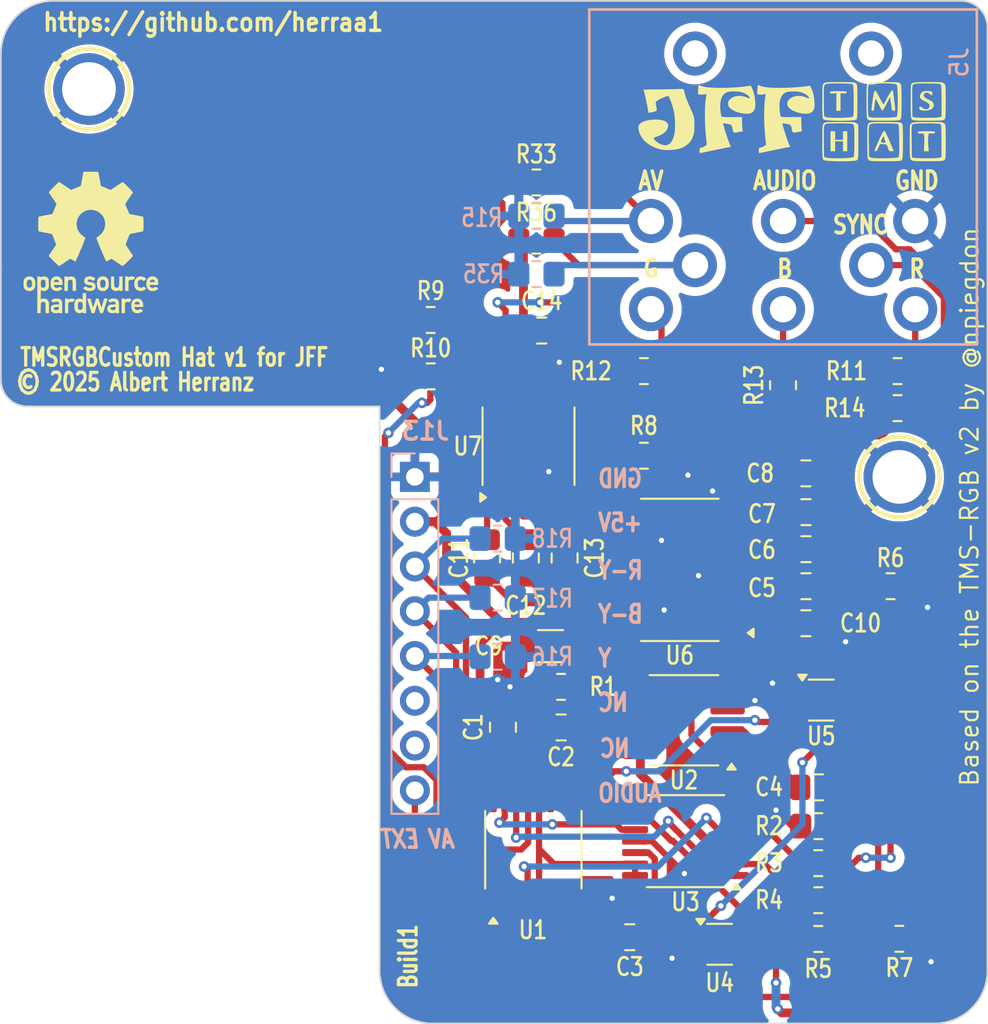
<source format=kicad_pcb>
(kicad_pcb (version 20241229) (generator "pcbnew") (generator_version "9.0")
  (title_block (title "TMSRGBCustom Hat v1 for JFF") (date "2025-07-13") (rev "Build1") (company "Albert Herranz"))
  (layers (0 "F.Cu" signal) (2 "B.Cu" signal) (13 "F.Paste" user) (15 "B.Paste" user) (5 "F.SilkS" user "F.Silkscreen") (7 "B.SilkS" user "B.Silkscreen") (1 "F.Mask" user) (3 "B.Mask" user) (25 "Edge.Cuts" user))
  (net 0 "")
  (net 1 "GND")
  (net 2 "+5V")
  (net 3 "CPUCLK{slash}R-Y")
  (net 4 "EXTVDP{slash}B-Y")
  (net 5 "COMVID{slash}Y")
  (net 6 "AUDIO")
  (net 8 "Net-(U2-R_SET)")
  (net 9 "Net-(U3-D+)")
  (net 10 "Net-(C4-Pad1)")
  (net 11 "Net-(U2-VIDEO_IN)")
  (net 12 "Net-(C5-Pad1)")
  (net 13 "Net-(U6-PR_IN)")
  (net 14 "Net-(C6-Pad1)")
  (net 15 "Net-(U6-PB_IN)")
  (net 16 "Net-(U6-Y_IN)")
  (net 17 "Net-(U6-S_IN)")
  (net 18 "Net-(U6-R_OUT)")
  (net 19 "Net-(U7-CH1IN)")
  (net 20 "Net-(U6-G_OUT)")
  (net 21 "Net-(U7-CH2IN)")
  (net 22 "Net-(U7-CH3IN)")
  (net 23 "Net-(U6-B_OUT)")
  (net 24 "/YS")
  (net 25 "Net-(J5-Pad4)")
  (net 26 "/ROUT")
  (net 27 "/AV")
  (net 28 "/BOUT")
  (net 29 "/GOUT")
  (net 30 "Net-(U3-B)")
  (net 31 "Net-(U3-A)")
  (net 32 "Net-(U3-C)")
  (net 33 "Net-(U6-REXT)")
  (net 34 "Net-(U7-CH4IN)")
  (net 35 "/CSYNC")
  (net 36 "Net-(U7-CH1OUT)")
  (net 37 "Net-(U7-CH2OUT)")
  (net 38 "Net-(U7-CH3OUT)")
  (net 39 "Net-(U7-CH4OUT)")
  (net 40 "/BURST")
  (net 41 "Net-(U1-Z)")
  (net 42 "/SAMPLE")
  (net 43 "Net-(U1-X)")
  (net 44 "Net-(U1-Y)")
  (net 46 "Net-(U2-BURST)")
  (net 47 "Net-(U2-CSYNC)")
  (footprint "Resistor_SMD:R_0805_2012Metric_Pad1.20x1.40mm_HandSolder" (layer "F.Cu") (at 108.8 110.41)
    (property "Reference" "R3")
    (property "Value" "680")
  )
  (footprint "Capacitor_SMD:C_0805_2012Metric_Pad1.18x1.45mm_HandSolder" (layer "F.Cu") (at 94.2 102.71 180)
    (property "Reference" "C2")
    (property "Value" "100nF")
  )
  (footprint "Capacitor_SMD:C_0805_2012Metric_Pad1.18x1.45mm_HandSolder" (layer "F.Cu") (at 92.2 93.1 90)
    (property "Reference" "C12")
    (property "Value" "100nF")
  )
  (footprint "Capacitor_SMD:C_0805_2012Metric_Pad1.18x1.45mm_HandSolder" (layer "F.Cu") (at 108.1 96.8)
    (property "Reference" "C10")
    (property "Value" "100nF")
  )
  (footprint "Resistor_SMD:R_0805_2012Metric_Pad1.20x1.40mm_HandSolder" (layer "F.Cu") (at 98.9 87.3 180)
    (property "Reference" "R8")
    (property "Value" "10K")
  )
  (footprint "My_Components:Hole_3mm" (layer "F.Cu") (at 67.4 66.5)
    (property "Reference" "HOLE1" (hide yes))
    (property "Value" "HOLE" (hide yes))
  )
  (footprint "Capacitor_SMD:C_0805_2012Metric_Pad1.18x1.45mm_HandSolder" (layer "F.Cu") (at 98.1 114.61 180)
    (property "Reference" "C3")
    (property "Value" "10nF")
  )
  (footprint "Resistor_SMD:R_0805_2012Metric_Pad1.20x1.40mm_HandSolder" (layer "F.Cu") (at 113.3 82.5)
    (property "Reference" "R11")
    (property "Value" "75")
  )
  (footprint "Resistor_SMD:R_0805_2012Metric_Pad1.20x1.40mm_HandSolder" (layer "F.Cu") (at 92.8 75.1 180)
    (property "Reference" "R36")
    (property "Value" "120")
  )
  (footprint "Package_SO:SOIC-8_3.9x4.9mm_P1.27mm" (layer "F.Cu") (at 101.175 102.305 180)
    (property "Reference" "U2")
    (property "Value" "LM1881MX/NOPB")
  )
  (footprint "Package_SO:TSSOP-14_4.4x5mm_P0.65mm" (layer "F.Cu") (at 101.2625 109.16 180)
    (property "Reference" "U3")
    (property "Value" "MAX4395EUD")
  )
  (footprint "Capacitor_SMD:C_0805_2012Metric_Pad1.18x1.45mm_HandSolder" (layer "F.Cu") (at 90.9 102.7 90)
    (property "Reference" "C1")
    (property "Value" "100nF")
  )
  (footprint "Resistor_SMD:R_0805_2012Metric_Pad1.20x1.40mm_HandSolder" (layer "F.Cu") (at 108.8 108.31)
    (property "Reference" "R2")
    (property "Value" "910")
  )
  (footprint "Resistor_SMD:R_0805_2012Metric_Pad1.20x1.40mm_HandSolder" (layer "F.Cu") (at 106.8 83.3 90)
    (property "Reference" "R13")
    (property "Value" "75")
  )
  (footprint "Resistor_SMD:R_0805_2012Metric_Pad1.20x1.40mm_HandSolder" (layer "F.Cu") (at 108.8 112.51)
    (property "Reference" "R4")
    (property "Value" "910")
  )
  (footprint "Capacitor_SMD:C_0805_2012Metric_Pad1.18x1.45mm_HandSolder" (layer "F.Cu") (at 108.1 94.7 180)
    (property "Reference" "C5")
    (property "Value" "100nF")
  )
  (footprint "Resistor_SMD:R_0805_2012Metric_Pad1.20x1.40mm_HandSolder" (layer "F.Cu") (at 98.9 82.5)
    (property "Reference" "R12")
    (property "Value" "75")
  )
  (footprint "My_Components:logo-hat" (layer "F.Cu") (at 112.531235 69.480938)
    (property "Reference" "G***" (hide yes))
    (property "Value" "LOGO" (hide yes))
  )
  (footprint "Resistor_SMD:R_0805_2012Metric_Pad1.20x1.40mm_HandSolder" (layer "F.Cu") (at 86.8 82.8)
    (property "Reference" "R10")
    (property "Value" "910")
  )
  (footprint "Capacitor_SMD:C_0805_2012Metric_Pad1.18x1.45mm_HandSolder" (layer "F.Cu") (at 108.1 90.5 180)
    (property "Reference" "C7")
    (property "Value" "100nF")
  )
  (footprint "Capacitor_SMD:C_0805_2012Metric_Pad1.18x1.45mm_HandSolder" (layer "F.Cu") (at 93.1 80.2)
    (property "Reference" "C14")
    (property "Value" "100nF")
  )
  (footprint "Package_TO_SOT_SMD:SOT-363_SC-70-6_Handsoldering" (layer "F.Cu") (at 108.97 101.16)
    (property "Reference" "U5")
    (property "Value" "SN74LVC2G17DCKR")
  )
  (footprint "My_Components:logo-tms" (layer "F.Cu") (at 112.531235 67.2)
    (property "Reference" "G***" (hide yes))
    (property "Value" "LOGO" (hide yes))
  )
  (footprint "Resistor_SMD:R_0805_2012Metric_Pad1.20x1.40mm_HandSolder" (layer "F.Cu") (at 108.8 114.71)
    (property "Reference" "R5")
    (property "Value" "160")
  )
  (footprint "Resistor_SMD:R_0805_2012Metric_Pad1.20x1.40mm_HandSolder" (layer "F.Cu") (at 113.4 114.7 180)
    (property "Reference" "R7")
    (property "Value" "910")
  )
  (footprint "My_Components:Hole_3mm" (layer "F.Cu") (at 113.4 88.5)
    (property "Reference" "HOLE2" (hide yes))
    (property "Value" "HOLE" (hide yes))
  )
  (footprint "Resistor_SMD:R_0805_2012Metric_Pad1.20x1.40mm_HandSolder" (layer "F.Cu") (at 94.2 100.41)
    (property "Reference" "R1")
    (property "Value" "560K")
  )
  (footprint "Capacitor_SMD:C_0805_2012Metric_Pad1.18x1.45mm_HandSolder" (layer "F.Cu") (at 94.4 93.1 90)
    (property "Reference" "C13")
    (property "Value" "100nF")
  )
  (footprint "Resistor_SMD:R_0805_2012Metric_Pad1.20x1.40mm_HandSolder" (layer "F.Cu") (at 92.8 71.8 180)
    (property "Reference" "R33")
    (property "Value" "1k")
  )
  (footprint "Symbol:OSHW-Logo_7.5x8mm_SilkScreen" (layer "F.Cu") (at 67.5 75.2)
    (property "Reference" "SYM1" (hide yes))
    (property "Value" "Logo_Open_Hardware_Large" (hide yes))
  )
  (footprint "Resistor_SMD:R_0805_2012Metric_Pad1.20x1.40mm_HandSolder" (layer "F.Cu") (at 113.3 84.6)
    (property "Reference" "R14")
    (property "Value" "75")
  )
  (footprint "Capacitor_SMD:C_1206_3216Metric_Pad1.33x1.80mm_HandSolder" (layer "F.Cu") (at 93.6 98.1 180)
    (property "Reference" "C9")
    (property "Value" "10uF")
  )
  (footprint "Capacitor_SMD:C_0805_2012Metric_Pad1.18x1.45mm_HandSolder" (layer "F.Cu") (at 108.1 92.6 180)
    (property "Reference" "C6")
    (property "Value" "100nF")
  )
  (footprint "Resistor_SMD:R_0805_2012Metric_Pad1.20x1.40mm_HandSolder" (layer "F.Cu") (at 86.8 79.6)
    (property "Reference" "R9")
    (property "Value" "5K6")
  )
  (footprint "Package_TO_SOT_SMD:SOT-353_SC-70-5_Handsoldering" (layer "F.Cu") (at 103.2 115.01)
    (property "Reference" "U4")
    (property "Value" "TS5A4597DCKR")
  )
  (footprint "Capacitor_SMD:C_0805_2012Metric_Pad1.18x1.45mm_HandSolder" (layer "F.Cu") (at 90 93.1 90)
    (property "Reference" "C11")
    (property "Value" "100nF")
  )
  (footprint "Package_SO:TSSOP-16_4.4x5mm_P0.65mm" (layer "F.Cu") (at 92.625 109.6475 90)
    (property "Reference" "U1")
    (property "Value" "CD74HC4053PWR")
  )
  (footprint "Resistor_SMD:R_0805_2012Metric_Pad1.20x1.40mm_HandSolder" (layer "F.Cu") (at 112.9 94.7 180)
    (property "Reference" "R6")
    (property "Value" "620")
  )
  (footprint "Package_SO:TSSOP-14_4.4x5mm_P0.65mm" (layer "F.Cu") (at 92.35 86.7625 90)
    (property "Reference" "U7")
    (property "Value" "THS7374IPWR")
  )
  (footprint "Capacitor_SMD:C_0805_2012Metric_Pad1.18x1.45mm_HandSolder" (layer "F.Cu") (at 108.8 106.11 180)
    (property "Reference" "C4")
    (property "Value" "100nF")
  )
  (footprint "Capacitor_SMD:C_0805_2012Metric_Pad1.18x1.45mm_HandSolder" (layer "F.Cu") (at 108.1 88.3 180)
    (property "Reference" "C8")
    (property "Value" "100nF")
  )
  (footprint "Package_SO:TSSOP-24_4.4x7.8mm_P0.65mm" (layer "F.Cu") (at 100.9375 93.775 180)
    (property "Reference" "U6")
    (property "Value" "LMH1251MT/NOPB")
  )
  (footprint "Resistor_SMD:R_0805_2012Metric_Pad1.20x1.40mm_HandSolder" (layer "B.Cu") (at 92.8 73.7)
    (property "Reference" "R15")
    (property "Value" "10k")
  )
  (footprint "Connector_PinSocket_2.54mm:PinSocket_1x08_P2.54mm_Vertical" (layer "B.Cu") (at 85.9 88.5 180)
    (property "Reference" "J13")
    (property "Value" "AV EXT")
  )
  (footprint "My_Components:DIN8_eu" (layer "B.Cu") (at 106.8 61.9875)
    (property "Reference" "J5")
    (property "Value" "RGB")
  )
  (footprint "Resistor_SMD:R_0805_2012Metric_Pad1.20x1.40mm_HandSolder" (layer "B.Cu") (at 90.6 95.35 180)
    (property "Reference" "R17")
    (property "Value" "470")
  )
  (footprint "Resistor_SMD:R_0805_2012Metric_Pad1.20x1.40mm_HandSolder" (layer "B.Cu") (at 90.6 98.7 180)
    (property "Reference" "R16")
    (property "Value" "470")
  )
  (footprint "Resistor_SMD:R_0805_2012Metric_Pad1.20x1.40mm_HandSolder" (layer "B.Cu") (at 92.8 77)
    (property "Reference" "R35")
    (property "Value" "180")
  )
  (footprint "Resistor_SMD:R_0805_2012Metric_Pad1.20x1.40mm_HandSolder" (layer "B.Cu") (at 90.6 92 180)
    (property "Reference" "R18")
    (property "Value" "470")
  )
  (gr_poly (pts (xy 101.125408 66.498728) (xy 101.147319 66.502242) (xy 101.159702 66.528761) (xy 101.176525 66.585639) (xy 101.194439 66.661364) (xy 101.197071 66.673792) (xy 101.241993 66.845789) (xy 101.312717 67.051066) (xy 101.409053 67.28916) (xy 101.513668 67.522803) (xy 101.567852 67.643187) (xy 101.621128 67.768191) (xy 101.667926 67.884303) (xy 101.702663 67.978011) (xy 101.707096 67.991099) (xy 101.728969 68.059733) (xy 101.744777 68.119067) (xy 101.755535 68.178221) (xy 101.76221 68.24631) (xy 101.76572 68.332438) (xy 101.767047 68.445742) (xy 101.767376 68.544546) (xy 101.766986 68.686739) (xy 101.764789 68.795634) (xy 101.759784 68.880465) (xy 101.751224 68.950495) (xy 101.738308 69.014975) (xy 101.720218 69.083155) (xy 101.719341 69.086668) (xy 101.662769 69.252898) (xy 101.594989 69.389845) (xy 101.508609 69.510619) (xy 101.435665 69.59001) (xy 101.273906 69.72235) (xy 101.081119 69.825575) (xy 100.857311 69.899672) (xy 100.602527 69.94464) (xy 100.385006 69.959395) (xy 100.273403 69.961592) (xy 100.170673 69.961928) (xy 100.087803 69.960608) (xy 100.035785 69.957533) (xy 100.03358 69.957289) (xy 99.801334 69.912314) (xy 99.572841 69.839621) (xy 99.355964 69.74317) (xy 99.158577 69.626891) (xy 98.988518 69.494719) (xy 98.874698 69.376883) (xy 98.77631 69.241587) (xy 98.696239 69.098059) (xy 98.636654 68.953337) (xy 98.59972 68.814478) (xy 98.587646 68.688528) (xy 98.602573 68.582552) (xy 98.617988 68.544566) (xy 98.687729 68.455325) (xy 98.797191 68.379874) (xy 98.945705 68.318537) (xy 99.132622 68.271624) (xy 99.221996 68.256339) (xy 99.43798 68.232672) (xy 99.636043 68.22872) (xy 99.81319 68.242991) (xy 99.966411 68.274653) (xy 100.092701 68.322691) (xy 100.189068 68.386038) (xy 100.252514 68.463641) (xy 100.280002 68.554453) (xy 100.276493 68.624445) (xy 100.234638 68.760615) (xy 100.160236 68.880862) (xy 100.05112 68.987101) (xy 99.905155 69.081267) (xy 99.720211 69.165274) (xy 99.643371 69.19351) (xy 99.551304 69.227015) (xy 99.493458 69.252444) (xy 99.463157 69.273611) (xy 99.453804 69.294382) (xy 99.454231 69.302203) (xy 99.47623 69.345194) (xy 99.526767 69.40222) (xy 99.597465 69.466017) (xy 99.679966 69.529349) (xy 99.765896 69.584975) (xy 99.805896 69.606802) (xy 99.961185 69.6687) (xy 100.102901 69.690436) (xy 100.230564 69.672385) (xy 100.34367 69.614951) (xy 100.441715 69.518477) (xy 100.524196 69.383337) (xy 100.590625 69.209902) (xy 100.640491 68.998545) (xy 100.642688 68.985903) (xy 100.659725 68.844946) (xy 100.668468 68.673788) (xy 100.669345 68.483931) (xy 100.662494 68.286868) (xy 100.648357 68.0941) (xy 100.627239 67.917128) (xy 100.609623 67.814486) (xy 100.540828 67.528143) (xy 100.452137 67.253985) (xy 100.36478 67.04214) (xy 100.333294 66.972861) (xy 100.308658 66.926875) (xy 100.282619 66.902457) (xy 100.246914 66.897845) (xy 100.193309 66.91128) (xy 100.113552 66.941054) (xy 100.033664 66.972277) (xy 99.878559 67.037226) (xy 99.752445 67.100356) (xy 99.659038 67.159495) (xy 99.602058 67.212473) (xy 99.590637 67.230738) (xy 99.577156 67.268679) (xy 99.574081 67.312834) (xy 99.581459 67.375521) (xy 99.595993 67.45122) (xy 99.612281 67.537486) (xy 99.624183 67.614615) (xy 99.629322 67.667223) (xy 99.629375 67.670737) (xy 99.623226 67.707709) (xy 99.600433 67.736777) (xy 99.554462 67.76163) (xy 99.478801 67.785876) (xy 99.379318 67.810332) (xy 99.301239 67.828646) (xy 99.236305 67.844588) (xy 99.199505 67.854422) (xy 99.173771 67.852667) (xy 99.157745 67.821402) (xy 99.150318 67.784823) (xy 99.117119 67.593062) (xy 99.07724 67.383681) (xy 99.033943 67.172427) (xy 98.990379 66.975051) (xy 98.957485 66.837592) (xy 98.931225 66.732016) (xy 98.909141 66.641772) (xy 98.893112 66.574603) (xy 98.884991 66.538245) (xy 98.884548 66.534289) (xy 98.905014 66.531657) (xy 98.963234 66.529025) (xy 99.054359 66.526393) (xy 99.173549 66.524191) (xy 99.315983 66.522437) (xy 99.476806 66.521117) (xy 99.624237 66.520239) (xy 99.819317 66.519362) (xy 100.019802 66.517607) (xy 100.216892 66.514971) (xy 100.401752 66.511897) (xy 100.565586 66.508387) (xy 100.699573 66.504874) (xy 100.747089 66.503119) (xy 100.870929 66.499167) (xy 100.980053 66.496966) (xy 101.06734 66.496909)) (fill yes) (layer "F.SilkS"))
  (gr_poly (pts (xy 105.384456 66.277129) (xy 105.433139 66.293379) (xy 105.484348 66.31235) (xy 105.582019 66.345244) (xy 105.689342 66.371638) (xy 105.812572 66.392321) (xy 105.95798 66.408087) (xy 106.131809 66.419768) (xy 106.340335 66.428156) (xy 106.398395 66.429915) (xy 106.655834 66.43299) (xy 106.928043 66.429476) (xy 107.206043 66.419688) (xy 107.480853 66.404231) (xy 107.74348 66.383677) (xy 107.98495 66.358557) (xy 108.196269 66.329394) (xy 108.264797 66.317755) (xy 108.30762 66.313803) (xy 108.336116 66.327063) (xy 108.363033 66.366458) (xy 108.378581 66.396102) (xy 108.480777 66.639739) (xy 108.548541 66.90362) (xy 108.582706 67.19113) (xy 108.584026 67.216338) (xy 108.58842 67.378001) (xy 108.582362 67.505347) (xy 108.564441 67.605727) (xy 108.533092 67.686461) (xy 108.486766 67.754912) (xy 108.465999 67.778094) (xy 108.392337 67.840144) (xy 108.306461 67.880019) (xy 108.2 67.9) (xy 108.064571 67.902197) (xy 108.015003 67.899565) (xy 107.828914 67.877345) (xy 107.648303 67.836283) (xy 107.479694 67.77928) (xy 107.32957 67.709219) (xy 107.20444 67.628989) (xy 107.11082 67.541491) (xy 107.067874 67.478171) (xy 107.042575 67.39305) (xy 107.039943 67.293913) (xy 107.059757 67.202815) (xy 107.068492 67.183363) (xy 107.130924 67.099707) (xy 107.224063 67.021441) (xy 107.33617 66.95724) (xy 107.416309 66.926325) (xy 107.608486 66.888907) (xy 107.806224 66.892859) (xy 108.005657 66.937468) (xy 108.138614 66.990176) (xy 108.208476 67.021971) (xy 108.248439 67.036242) (xy 108.26675 67.034487) (xy 108.271671 67.017802) (xy 108.271777 67.01192) (xy 108.251926 66.950408) (xy 108.196643 66.884993) (xy 108.112308 66.81975) (xy 108.005306 66.758746) (xy 107.882022 66.70605) (xy 107.748821 66.66574) (xy 107.718349 66.658843) (xy 107.612644 66.643607) (xy 107.483722 66.635748) (xy 107.344951 66.634867) (xy 107.209689 66.641108) (xy 107.091296 66.654021) (xy 107.011112 66.670924) (xy 106.883449 66.730128) (xy 106.778308 66.823824) (xy 106.696269 66.950011) (xy 106.637935 67.106707) (xy 106.6039 67.291911) (xy 106.594722 67.503626) (xy 106.611011 67.739855) (xy 106.639468 67.927435) (xy 106.664897 68.065791) (xy 106.792484 68.081992) (xy 106.852763 68.086649) (xy 106.946933 68.090163) (xy 107.066295 68.09236) (xy 107.202167 68.093237) (xy 107.345851 68.092795) (xy 107.375362 68.092474) (xy 107.830669 68.086897) (xy 107.836154 68.395552) (xy 107.839664 68.515295) (xy 107.845203 68.628397) (xy 107.852138 68.723856) (xy 107.859821 68.790671) (xy 107.862018 68.802222) (xy 107.882175 68.900214) (xy 107.677966 68.935606) (xy 107.549526 68.956862) (xy 107.456531 68.967837) (xy 107.39265 68.966517) (xy 107.35155 68.950575) (xy 107.326869 68.91799) (xy 107.312335 68.866648) (xy 107.303729 68.81082) (xy 107.280582 68.682742) (xy 107.250331 68.592978) (xy 107.211635 68.537657) (xy 107.211614 68.537637) (xy 107.211592 68.537616) (xy 107.21157 68.537595) (xy 107.211546 68.537573) (xy 107.211499 68.537531) (xy 107.211452 68.537489) (xy 107.179347 68.522425) (xy 107.11864 68.504374) (xy 107.040317 68.485537) (xy 106.955356 68.468104) (xy 106.874721 68.454226) (xy 106.80939 68.446143) (xy 106.770358 68.446017) (xy 106.764865 68.448214) (xy 106.764789 68.474215) (xy 106.777171 68.534277) (xy 106.800136 68.62242) (xy 106.83176 68.732649) (xy 106.870097 68.858961) (xy 106.913265 68.995375) (xy 106.959331 69.135889) (xy 107.006389 69.274504) (xy 107.052532 69.405234) (xy 107.095828 69.522078) (xy 107.134387 69.619048) (xy 107.150676 69.656859) (xy 107.178119 69.719977) (xy 107.195903 69.764174) (xy 107.200298 69.779234) (xy 107.175044 69.783186) (xy 107.113559 69.794958) (xy 107.021251 69.813185) (xy 106.903522 69.83676) (xy 106.765819 69.8646) (xy 106.613544 69.89556) (xy 106.452129 69.928542) (xy 106.286998 69.962439) (xy 106.123569 69.996123) (xy 105.967258 70.028487) (xy 105.823497 70.05844) (xy 105.697711 70.084837) (xy 105.59531 70.106573) (xy 105.521716 70.122565) (xy 105.482372 70.131606) (xy 105.480617 70.132047) (xy 105.478862 70.132483) (xy 105.445972 70.126776) (xy 105.429546 70.092436) (xy 105.423007 70.039) (xy 105.422565 69.968306) (xy 105.423885 69.947531) (xy 105.430606 69.853453) (xy 105.578777 69.805907) (xy 105.660899 69.774596) (xy 105.733257 69.738409) (xy 105.779804 69.705473) (xy 105.832668 69.652617) (xy 105.780643 69.146349) (xy 105.75996 68.910612) (xy 105.744235 68.658965) (xy 105.733478 68.39865) (xy 105.727718 68.136893) (xy 105.72684 67.880938) (xy 105.731235 67.638014) (xy 105.740588 67.41537) (xy 105.754993 67.220225) (xy 105.774494 67.059825) (xy 105.775371 67.054247) (xy 105.791225 66.953589) (xy 105.803958 66.869715) (xy 105.812389 66.81069) (xy 105.815463 66.784564) (xy 105.815454 66.784508) (xy 105.815445 66.784453) (xy 105.815424 66.784342) (xy 105.815379 66.784121) (xy 105.795139 66.785876) (xy 105.747814 66.795184) (xy 105.728053 66.79962) (xy 105.625758 66.815341) (xy 105.519756 66.818415) (xy 105.42728 66.809237) (xy 105.386615 66.798258) (xy 105.32915 66.776434) (xy 105.344478 66.526881) (xy 105.350841 66.428988) (xy 105.356777 66.348277) (xy 105.361606 66.293265) (xy 105.364681 66.272494)) (fill yes) (layer "F.SilkS"))
  (gr_poly (pts (xy 102.021183 66.277129) (xy 102.069873 66.293379) (xy 102.121074 66.31235) (xy 102.218746 66.345244) (xy 102.326068 66.371638) (xy 102.449298 66.392321) (xy 102.594707 66.408087) (xy 102.768543 66.419768) (xy 102.977069 66.428156) (xy 103.035129 66.429915) (xy 103.292568 66.43299) (xy 103.564777 66.429476) (xy 103.842777 66.419688) (xy 104.11758 66.404231) (xy 104.380206 66.383677) (xy 104.621669 66.358557) (xy 104.832988 66.329394) (xy 104.901523 66.317755) (xy 104.944339 66.313803) (xy 104.972835 66.327063) (xy 104.999797 66.366458) (xy 105.015346 66.396102) (xy 105.117542 66.639739) (xy 105.185306 66.90362) (xy 105.21947 67.19113) (xy 105.22079 67.216338) (xy 105.225177 67.378001) (xy 105.219119 67.505347) (xy 105.201206 67.605727) (xy 105.169849 67.686461) (xy 105.123538 67.754912) (xy 105.102763 67.778094) (xy 105.029094 67.840144) (xy 104.943225 67.880019) (xy 104.836757 67.9) (xy 104.701328 67.902197) (xy 104.651767 67.899565) (xy 104.465671 67.877345) (xy 104.285075 67.836283) (xy 104.116458 67.77928) (xy 103.966335 67.709219) (xy 103.841213 67.628989) (xy 103.747577 67.541491) (xy 103.704631 67.478171) (xy 103.67934 67.39305) (xy 103.676708 67.293913) (xy 103.696513 67.202815) (xy 103.705249 67.183363) (xy 103.76768 67.099707) (xy 103.86082 67.021441) (xy 103.972934 66.95724) (xy 104.053073 66.926325) (xy 104.245242 66.888907) (xy 104.442981 66.892859) (xy 104.642413 66.937468) (xy 104.775379 66.990176) (xy 104.845241 67.021971) (xy 104.885204 67.036242) (xy 104.903514 67.034487) (xy 104.908435 67.017802) (xy 104.908542 67.01192) (xy 104.888698 66.950408) (xy 104.833415 66.884993) (xy 104.74908 66.81975) (xy 104.642078 66.758746) (xy 104.518779 66.70605) (xy 104.385593 66.66574) (xy 104.355113 66.658843) (xy 104.249408 66.643607) (xy 104.120487 66.635748) (xy 103.981708 66.634867) (xy 103.846446 66.641108) (xy 103.728069 66.654021) (xy 103.647876 66.670924) (xy 103.520213 66.730128) (xy 103.415073 66.823824) (xy 103.333034 66.950011) (xy 103.274692 67.106707) (xy 103.240665 67.291911) (xy 103.231479 67.503626) (xy 103.247775 67.739855) (xy 103.276233 67.927435) (xy 103.301662 68.065791) (xy 103.429241 68.081992) (xy 103.489528 68.086649) (xy 103.58369 68.090163) (xy 103.703052 68.09236) (xy 103.838916 68.093237) (xy 103.982616 68.092795) (xy 104.012126 68.092474) (xy 104.467426 68.086897) (xy 104.472911 68.395552) (xy 104.476428 68.515295) (xy 104.48196 68.628397) (xy 104.488895 68.723856) (xy 104.496578 68.790671) (xy 104.498782 68.802222) (xy 104.518932 68.900214) (xy 104.314723 68.935606) (xy 104.18629 68.956862) (xy 104.093295 68.967837) (xy 104.029422 68.966517) (xy 103.988315 68.950575) (xy 103.963641 68.91799) (xy 103.949054 68.866648) (xy 103.940448 68.81082) (xy 103.917301 68.682742) (xy 103.88705 68.592978) (xy 103.848361 68.537657) (xy 103.848171 68.537489) (xy 103.816066 68.522425) (xy 103.755359 68.504374) (xy 103.677036 68.485537) (xy 103.592075 68.468104) (xy 103.511447 68.454226) (xy 103.446117 68.446143) (xy 103.407077 68.446017) (xy 103.401584 68.448214) (xy 103.401508 68.474215) (xy 103.41389 68.534277) (xy 103.436862 68.62242) (xy 103.468478 68.732649) (xy 103.506816 68.858961) (xy 103.549983 68.995375) (xy 103.59605 69.135889) (xy 103.643108 69.274504) (xy 103.68925 69.405234) (xy 103.732547 69.522078) (xy 103.771106 69.619048) (xy 103.787395 69.656859) (xy 103.814845 69.719977) (xy 103.832622 69.764174) (xy 103.837016 69.779234) (xy 103.811763 69.783186) (xy 103.750278 69.794958) (xy 103.657962 69.813185) (xy 103.540241 69.83676) (xy 103.40253 69.8646) (xy 103.250255 69.89556) (xy 103.088847 69.928542) (xy 102.923709 69.962439) (xy 102.76028 69.996123) (xy 102.603969 70.028487) (xy 102.460216 70.05844) (xy 102.334423 70.084837) (xy 102.232021 70.106573) (xy 102.158428 70.122565) (xy 102.119083 70.131606) (xy 102.117324 70.132047) (xy 102.115566 70.132483) (xy 102.082676 70.126776) (xy 102.066249 70.092436) (xy 102.059711 70.039) (xy 102.059269 69.968306) (xy 102.060588 69.947531) (xy 102.06731 69.853453) (xy 102.21548 69.805907) (xy 102.297611 69.774596) (xy 102.36996 69.738409) (xy 102.416515 69.705473) (xy 102.469371 69.652617) (xy 102.417347 69.146349) (xy 102.396663 68.910612) (xy 102.380947 68.658965) (xy 102.370182 68.39865) (xy 102.364429 68.136893) (xy 102.363552 67.880938) (xy 102.367939 67.638014) (xy 102.377292 67.41537) (xy 102.391696 67.220225) (xy 102.411197 67.059825) (xy 102.412075 67.054247) (xy 102.427928 66.953589) (xy 102.44067 66.869715) (xy 102.4491 66.81069) (xy 102.452175 66.784564) (xy 102.452083 66.784121) (xy 102.431842 66.785876) (xy 102.384525 66.795184) (xy 102.364765 66.79962) (xy 102.262462 66.815341) (xy 102.156467 66.818415) (xy 102.063983 66.809237) (xy 102.023319 66.798258) (xy 101.965862 66.776434) (xy 101.981189 66.526881) (xy 101.987552 66.428988) (xy 101.99348 66.348277) (xy 101.99831 66.293265) (xy 102.001392 66.272494)) (fill yes) (layer "F.SilkS"))
  (gr_line (start 62.4 64.5) (end 62.4 76.5) (stroke (width 0.1)) (layer "Edge.Cuts"))
  (gr_line (start 63.9 84.5) (end 83.9 84.5) (stroke (width 0.1)) (layer "Edge.Cuts"))
  (gr_arc (start 86.9 119.5) (mid 84.77868 118.62132) (end 83.9 116.5) (stroke (width 0.1)) (layer "Edge.Cuts"))
  (gr_line (start 116.9 61.5) (end 65.4 61.5) (stroke (width 0.1)) (layer "Edge.Cuts"))
  (gr_line (start 62.4 76.5) (end 62.4 83) (stroke (width 0.1)) (layer "Edge.Cuts"))
  (gr_arc (start 116.9 61.5) (mid 117.96066 61.93934) (end 118.4 63) (stroke (width 0.1)) (layer "Edge.Cuts"))
  (gr_arc (start 62.4 64.5) (mid 63.27868 62.37868) (end 65.4 61.5) (stroke (width 0.1)) (layer "Edge.Cuts"))
  (gr_arc (start 118.4 116.5) (mid 117.52132 118.62132) (end 115.4 119.5) (stroke (width 0.1)) (layer "Edge.Cuts"))
  (gr_line (start 83.9 84.5) (end 83.9 116.5) (stroke (width 0.1)) (layer "Edge.Cuts"))
  (gr_line (start 86.9 119.5) (end 115.4 119.5) (stroke (width 0.1)) (layer "Edge.Cuts"))
  (gr_line (start 118.4 116.5) (end 118.4 63) (stroke (width 0.1)) (layer "Edge.Cuts"))
  (gr_arc (start 63.9 84.5) (mid 62.83934 84.06066) (end 62.4 83) (stroke (width 0.1)) (layer "Edge.Cuts"))
  (gr_text "Based on the TMS-RGB v2 by @npiegdon" (at 116.8 90.2 90) (layer "F.SilkS") (effects (font (size 1 1) (thickness 0.125)) (justify top)))
  (gr_text "G" (at 99.3 76.7 0) (layer "F.SilkS") (effects (font (size 1 0.8) (thickness 0.2))))
  (gr_text "https://github.com/herraa1" (at 64.7 63.3 0) (layer "F.SilkS") (effects (font (size 1 0.9) (thickness 0.2) (bold yes)) (justify left bottom)))
  (gr_text "© 2025 Albert Herranz" (at 63.2 83.7 0) (layer "F.SilkS") (effects (font (size 1 0.75) (thickness 0.1875) (bold yes)) (justify left bottom)))
  (gr_text "${REVISION}" (at 86.1 117.6 90) (layer "F.SilkS") (effects (font (size 1 0.75) (thickness 0.1875) (bold yes)) (justify left bottom)))
  (gr_text "R" (at 114.4 76.7 0) (layer "F.SilkS") (effects (font (size 1 0.8) (thickness 0.2))))
  (gr_text "GND" (at 114.4 71.7 0) (layer "F.SilkS") (effects (font (size 1 0.8) (thickness 0.2))))
  (gr_text "AV" (at 99.3 71.7 0) (layer "F.SilkS") (effects (font (size 1 0.8) (thickness 0.2))))
  (gr_text "${TITLE}" (at 63.4 82.3 0) (layer "F.SilkS") (effects (font (size 1 0.75) (thickness 0.1875) (bold yes)) (justify left bottom)))
  (gr_text "SYNC" (at 111.2 74.2 0) (layer "F.SilkS") (effects (font (size 1 0.8) (thickness 0.2))))
  (gr_text "AUDIO" (at 106.9 71.7 0) (layer "F.SilkS") (effects (font (size 1 0.8) (thickness 0.2))))
  (gr_text "B" (at 106.9 76.7 0) (layer "F.SilkS") (effects (font (size 1 0.8) (thickness 0.2))))
  (gr_text "NC" (at 96.2 101.3 0) (layer "B.SilkS") (effects (font (size 1 0.8) (thickness 0.2)) (justify right mirror)))
  (gr_text "+5V" (at 96.2 91.1 0) (layer "B.SilkS") (effects (font (size 1 0.8) (thickness 0.2)) (justify right mirror)))
  (gr_text "NC" (at 96.3 103.9 0) (layer "B.SilkS") (effects (font (size 1 0.8) (thickness 0.2)) (justify right mirror)))
  (gr_text "AUDIO" (at 96.2 106.44125 0) (layer "B.SilkS") (effects (font (size 1 0.8) (thickness 0.2)) (justify right mirror)))
  (gr_text "B-Y" (at 96.2 96.2825 0) (layer "B.SilkS") (effects (font (size 1 0.8) (thickness 0.2)) (justify right mirror)))
  (gr_text "R-Y" (at 96.2 93.8 0) (layer "B.SilkS") (effects (font (size 1 0.8) (thickness 0.2)) (justify right mirror)))
  (gr_text "GND" (at 96.2 88.6 0) (layer "B.SilkS") (effects (font (size 1 0.8) (thickness 0.2)) (justify right mirror)))
  (gr_text "Y" (at 96.2 98.7825 0) (layer "B.SilkS") (effects (font (size 1 0.8) (thickness 0.2)) (justify right mirror)))
  (segment (start 110.35 97.85) (end 109.3 96.8) (width 0.3556) (layer "F.Cu") (net 1))
  (segment (start 93.65 82.45) (end 94.1 82) (width 0.3556) (layer "F.Cu") (net 1))
  (segment (start 101.87 115.66) (end 100.64 115.66) (width 0.3556) (layer "F.Cu") (net 1))
  (segment (start 94.1375 81.9625) (end 94.1 82) (width 0.5) (layer "F.Cu") (net 1))
  (segment (start 106.5 100.799896) (end 106.5 100.5) (width 0.3556) (layer "F.Cu") (net 1))
  (segment (start 90.5 101.2625) (end 90.9 101.6625) (width 0.3556) (layer "F.Cu") (net 1))
  (segment (start 98.125 92.1) (end 99.9 92.1) (width 0.3556) (layer "F.Cu") (net 1))
  (segment (start 92.0375 98.5625) (end 92.0375 98.1) (width 0.3556) (layer "F.Cu") (net 1))
  (segment (start 100.05 96.05) (end 100.1 96.1) (width 0.3556) (layer "F.Cu") (net 1))
  (segment (start 93.65 83.9) (end 93.65 82.45) (width 0.3556) (layer "F.Cu") (net 1))
  (segment (start 93.65 88.35) (end 93.5 88.2) (width 0.3556) (layer "F.Cu") (net 1))
  (segment (start 98.075 92.15) (end 98.125 92.1) (width 0.3556) (layer "F.Cu") (net 1))
  (segment (start 115.2 116) (end 114.8 116) (width 0.3556) (layer "F.Cu") (net 1))
  (segment (start 98.075 96.05) (end 100.05 96.05) (width 0.3556) (layer "F.Cu") (net 1))
  (segment (start 93.1625 100.4475) (end 93.2 100.41) (width 0.3556) (layer "F.Cu") (net 1))
  (segment (start 107.8 108.31) (end 107.31 108.31) (width 0.3556) (layer "F.Cu") (net 1))
  (segment (start 99.9 87.3) (end 101 88.4) (width 0.3556) (layer "F.Cu") (net 1))
  (segment (start 84.4 82.8) (end 84 82.4) (width 0.3556) (layer "F.Cu") (net 1))
  (segment (start 103.8 94.1) (end 102 94.1) (width 0.3556) (layer "F.Cu") (net 1))
  (segment (start 104.4 100.4) (end 103.65 100.4) (width 0.3556) (layer "F.Cu") (net 1))
  (segment (start 94.9 112.51) (end 96.99 112.51) (width 0.3556) (layer "F.Cu") (net 1))
  (segment (start 98.4 109.16) (end 99.36 109.16) (width 0.3556) (layer "F.Cu") (net 1))
  (segment (start 105.202885 101.186387) (end 105.186387 101.186387) (width 0.3556) (layer "F.Cu") (net 1))
  (segment (start 100.64 115.66) (end 100.5 115.8) (width 0.3556) (layer "F.Cu") (net 1))
  (segment (start 90.6 100) (end 92.0375 98.5625) (width 0.3556) (layer "F.Cu") (net 1))
  (segment (start 102.9 89.3) (end 102.8 89.3) (width 0.3556) (layer "F.Cu") (net 1))
  (segment (start 97.0625 114.61) (end 97.0625 112.4375) (width 0.3556) (layer "F.Cu") (net 1))
  (segment (start 109.3 96.8) (end 109.1375 96.8) (width 0.3556) (layer "F.Cu") (net 1))
  (segment (start 93.1625 102.71) (end 93.1625 100.4475) (width 0.3556) (layer "F.Cu") (net 1))
  (segment (start 106.860104 101.16) (end 106.5 100.799896) (width 0.3556) (layer "F.Cu") (net 1))
  (segment (start 90.5 100.7725) (end 90.5 101.2625) (width 0.3556) (layer "F.Cu") (net 1))
  (segment (start 90.8625 100.41) (end 90.5 100.7725) (width 0.3556) (layer "F.Cu") (net 1))
  (segment (start 97.0625 112.4375) (end 97.1 112.4) (width 0.3556) (layer "F.Cu") (net 1))
  (segment (start 93.2 100.41) (end 91.3 100.41) (width 0.3556) (layer "F.Cu") (net 1))
  (segment (start 99.36 109.16) (end 101.2 111) (width 0.3556) (layer "F.Cu") (net 1))
  (segment (start 107.31 108.31) (end 106.4 107.4) (width 0.3556) (layer "F.Cu") (net 1))
  (segment (start 94.1375 80.2) (end 94.1375 81.9625) (width 0.5) (layer "F.Cu") (net 1))
  (segment (start 98.075 95.4) (end 98.075 96.7) (width 0.3556) (layer "F.Cu") (net 1))
  (segment (start 105.186387 101.186387) (end 104.4 100.4) (width 0.3556) (layer "F.Cu") (net 1))
  (segment (start 93.2 100.41) (end 93.2 99.2625) (width 0.3556) (layer "F.Cu") (net 1))
  (segment (start 107.64 101.16) (end 106.860104 101.16) (width 0.3556) (layer "F.Cu") (net 1))
  (segment (start 106.5 100.5) (end 106.2 100.2) (width 0.3556) (layer "F.Cu") (net 1))
  (segment (start 85.8 82.8) (end 84.4 82.8) (width 0.3556) (layer "F.Cu") (net 1))
  (segment (start 115 95.9) (end 114.7 95.6) (width 0.3556) (layer "F.Cu") (net 1))
  (segment (start 114.4 115.6) (end 114.4 114.7) (width 0.3556) (layer "F.Cu") (net 1))
  (segment (start 114.8 116) (end 114.4 115.6) (width 0.3556) (layer "F.Cu") (net 1))
  (segment (start 93 89.625) (end 93.65 89.625) (width 0.3556) (layer "F.Cu") (net 1))
  (segment (start 103.8 90.2) (end 102.9 89.3) (width 0.3556) (layer "F.Cu") (net 1))
  (segment (start 94.9 112.51) (end 93.6 112.51) (width 0.3556) (layer "F.Cu") (net 1))
  (segment (start 96.99 112.51) (end 97.1 112.4) (width 0.3556) (layer "F.Cu") (net 1))
  (segment (start 114.7 95.5) (end 113.9 94.7) (width 0.3556) (layer "F.Cu") (net 1))
  (segment (start 93.65 89.625) (end 93.65 88.35) (width 0.3556) (layer "F.Cu") (net 1))
  (segment (start 114.7 95.6) (end 114.7 95.5) (width 0.3556) (layer "F.Cu") (net 1))
  (segment (start 101 88.4) (end 101.4 88.4) (width 0.3556) (layer "F.Cu") (net 1))
  (segment (start 91.3 100.41) (end 90.8625 100.41) (width 0.3556) (layer "F.Cu") (net 1))
  (segment (start 93.2 99.2625) (end 92.0375 98.1) (width 0.3556) (layer "F.Cu") (net 1))
  (via (at 90.6 100) (size 0.6) (drill 0.3) (layers "F.Cu" "B.Cu") (net 1))
  (via (at 94.1 82) (size 0.6) (drill 0.3) (layers "F.Cu" "B.Cu") (net 1))
  (via (at 99.9 92.1) (size 0.6) (drill 0.3) (layers "F.Cu" "B.Cu") (net 1))
  (via (at 110.35 97.85) (size 0.6) (drill 0.3) (layers "F.Cu" "B.Cu") (net 1))
  (via (at 115.2 116) (size 0.6) (drill 0.3) (layers "F.Cu" "B.Cu") (net 1))
  (via (at 100.5 115.8) (size 0.6) (drill 0.3) (layers "F.Cu" "B.Cu") (net 1))
  (via (at 101.4 88.4) (size 0.6) (drill 0.3) (layers "F.Cu" "B.Cu") (net 1))
  (via (at 84 82.4) (size 0.6) (drill 0.3) (layers "F.Cu" "B.Cu") (net 1))
  (via (at 100.05 96.05) (size 0.6) (drill 0.3) (layers "F.Cu" "B.Cu") (net 1))
  (via (at 102.8 89.3) (size 0.6) (drill 0.3) (layers "F.Cu" "B.Cu") (net 1))
  (via (at 101.2 111) (size 0.6) (drill 0.3) (layers "F.Cu" "B.Cu") (net 1))
  (via (at 106.2 100.2) (size 0.6) (drill 0.3) (layers "F.Cu" "B.Cu") (net 1))
  (via (at 91.3 100.41) (size 0.6) (drill 0.3) (layers "F.Cu" "B.Cu") (net 1))
  (via (at 115 95.9) (size 0.6) (drill 0.3) (layers "F.Cu" "B.Cu") (net 1))
  (via (at 93.5 88.2) (size 0.6) (drill 0.3) (layers "F.Cu" "B.Cu") (net 1))
  (via (at 106.4 107.4) (size 0.6) (drill 0.3) (layers "F.Cu" "B.Cu") (net 1))
  (via (at 97.1 112.4) (size 0.6) (drill 0.3) (layers "F.Cu" "B.Cu") (net 1))
  (via (at 102 94.1) (size 0.6) (drill 0.3) (layers "F.Cu" "B.Cu") (net 1))
  (via (at 105.202885 101.186387) (size 0.6) (drill 0.3) (layers "F.Cu" "B.Cu") (net 1))
  (segment (start 90.9 103.7375) (end 90.5 103.7375) (width 0.5) (layer "F.Cu") (net 2))
  (segment (start 90.35 106.785) (end 90.35 103.8875) (width 0.3556) (layer "F.Cu") (net 2))
  (segment (start 90.35 103.8875) (end 90.5 103.7375) (width 0.3556) (layer "F.Cu") (net 2))
  (segment (start 107.0625 97.63125) (end 107.0625 96.8) (width 0.3556) (layer "F.Cu") (net 2))
  (segment (start 90.9 103.7375) (end 91.6275 103.7375) (width 0.5) (layer "F.Cu") (net 2))
  (segment (start 95.1625 98.1) (end 98.1 98.1) (width 0.5) (layer "F.Cu") (net 2))
  (segment (start 98.075 92.8) (end 98.842396 92.8) (width 0.3556) (layer "F.Cu") (net 2))
  (segment (start 108.43125 99) (end 107.0625 97.63125) (width 0.3556) (layer "F.Cu") (net 2))
  (segment (start 103.8 93.45) (end 104.567396 93.45) (width 0.3556) (layer "F.Cu") (net 2))
  (segment (start 98.842396 92.8) (end 100.8 94.757604) (width 0.3556) (layer "F.Cu") (net 2))
  (segment (start 98.7 104.21) (end 98.7 105.35) (width 0.5) (layer "F.Cu") (net 2))
  (segment (start 104.53 114.36) (end 105.447047 114.36) (width 0.3556) (layer "F.Cu") (net 2))
  (segment (start 93.8115 96.749) (end 95.1625 98.1) (width 0.5) (layer "F.Cu") (net 2))
  (segment (start 106.0962 94.978804) (end 106.0962 95.8337) (width 0.3556) (layer "F.Cu") (net 2))
  (segment (start 111.4288 99.4288) (end 111 99) (width 0.3556) (layer "F.Cu") (net 2))
  (segment (start 100.8 94.757604) (end 100.8 98.1) (width 0.3556) (layer "F.Cu") (net 2))
  (segment (start 90.5 103.7375) (end 89.6 102.8375) (width 0.5) (layer "F.Cu") (net 2))
  (segment (start 99.8 98.1) (end 100.8 98.1) (width 0.5) (layer "F.Cu") (net 2))
  (segment (start 116.9 61.9) (end 95.1 61.9) (width 0.5) (layer "F.Cu") (net 2))
  (segment (start 111 99) (end 108.43125 99) (width 0.3556) (layer "F.Cu") (net 2))
  (segment (start 101.2 98.1) (end 105.7625 98.1) (width 0.5) (layer "F.Cu") (net 2))
  (segment (start 103.8 93.45) (end 103.7712 93.4212) (width 0.3556) (layer "F.Cu") (net 2))
  (segment (start 92.0625 75.7625) (end 92.0625 80.2) (width 0.5) (layer "F.Cu") (net 2))
  (segment (start 93 83.9) (end 93 81.1375) (width 0.3556) (layer "F.Cu") (net 2))
  (segment (start 106.7222 118.9) (end 116.3 118.9) (width 0.5) (layer "F.Cu") (net 2))
  (segment (start 105.7625 98.1) (end 107.0625 96.8) (width 0.5) (layer "F.Cu") (net 2))
  (segment (start 85.9 91.04) (end 87.16 91.04) (width 0.5) (layer "F.Cu") (net 2))
  (segment (start 89.6 102.8375) (end 89.6 97.949708) (width 0.5) (layer "F.Cu") (net 2))
  (segment (start 111.079896 101.16) (end 111.4288 100.811096) (width 0.3556) (layer "F.Cu") (net 2))
  (segment (start 91.8 71.8) (end 91.8 75.1) (width 0.5) (layer "F.Cu") (net 2))
  (segment (start 116.3 118.9) (end 118 117.2) (width 0.5) (layer "F.Cu") (net 2))
  (segment (start 89.6 97.949708) (end 90.800708 96.749) (width 0.5) (layer "F.Cu") (net 2))
  (segment (start 93 81.1375) (end 92.0625 80.2) (width 0.3556) (layer "F.Cu") (net 2))
  (segment (start 87.7 91.7) (end 87.7 93.648292) (width 0.5) (layer "F.Cu") (net 2))
  (segment (start 91.8 75.1) (end 91.8 75.5) (width 0.5) (layer "F.Cu") (net 2))
  (segment (start 87.16 91.04) (end 88.8 89.4) (width 0.5) (layer "F.Cu") (net 2))
  (segment (start 85.9 91.04) (end 87.04 91.04) (width 0.5) (layer "F.Cu") (net 2))
  (segment (start 83.249 82.711075) (end 83.249 78.451) (width 0.5) (layer "F.Cu") (net 2))
  (segment (start 91.6275 103.7375) (end 92.1 104.21) (width 0.5) (layer "F.Cu") (net 2))
  (segment (start 100.8 98.1) (end 101.2 98.1) (width 0.5) (layer "F.Cu") (net 2))
  (segment (start 102.46 109.11) (end 102.46 109.16) (width 0.5) (layer "F.Cu") (net 2))
  (segment (start 104.567396 93.45) (end 106.0962 94.978804) (width 0.3556) (layer "F.Cu") (net 2))
  (segment (start 111.4288 100.811096) (end 111.4288 99.4288) (width 0.3556) (layer "F.Cu") (net 2))
  (segment (start 98.075 98.075) (end 98.1 98.1) (width 0.3556) (layer "F.Cu") (net 2))
  (segment (start 87.04 91.04) (end 87.7 91.7) (width 0.5) (layer "F.Cu") (net 2))
  (segment (start 91.8 75.5) (end 92.0625 75.7625) (width 0.5) (layer "F.Cu") (net 2))
  (segment (start 118 117.2) (end 118 63) (width 0.5) (layer "F.Cu") (net 2))
  (segment (start 106.4 115.312953) (end 106.4 117.2) (width 0.3556) (layer "F.Cu") (net 2))
  (segment (start 83.249 78.451) (end 86.6 75.1) (width 0.5) (layer "F.Cu") (net 2))
  (segment (start 95.1 61.9) (end 91.8 65.2) (width 0.5) (layer "F.Cu") (net 2))
  (segment (start 102.46 109.16) (end 104.125 109.16) (width 0.3556) (layer "F.Cu") (net 2))
  (segment (start 105.447047 114.36) (end 106.4 115.312953) (width 0.3556) (layer "F.Cu") (net 2))
  (segment (start 98.1 98.1) (end 99.8 98.1) (width 0.5) (layer "F.Cu") (net 2))
  (segment (start 92.1 104.21) (end 98.7 104.21) (width 0.5) (layer "F.Cu") (net 2))
  (segment (start 90.800708 96.749) (end 93.8115 96.749) (width 0.5) (layer "F.Cu") (net 2))
  (segment (start 88.8 89.4) (end 88.8 88.262075) (width 0.5) (layer "F.Cu") (net 2))
  (segment (start 98.075 97.35) (end 98.075 98.075) (width 0.3556) (layer "F.Cu") (net 2))
  (segment (start 91.8 65.2) (end 91.8 71.8) (width 0.5) (layer "F.Cu") (net 2))
  (segment (start 86.6 75.1) (end 91.8 75.1) (width 0.5) (layer "F.Cu") (net 2))
  (segment (start 106.0962 95.8337) (end 107.0625 96.8) (width 0.3556) (layer "F.Cu") (net 2))
  (segment (start 88.8 88.262075) (end 83.249 82.711075) (width 0.5) (layer "F.Cu") (net 2))
  (segment (start 98.7 105.35) (end 102.46 109.11) (width 0.5) (layer "F.Cu") (net 2))
  (segment (start 110.3 101.16) (end 111.079896 101.16) (width 0.3556) (layer "F.Cu") (net 2))
  (segment (start 118 63) (end 116.9 61.9) (width 0.5) (layer "F.Cu") (net 2))
  (segment (start 106.5 118.6778) (end 106.7222 118.9) (width 0.5) (layer "F.Cu") (net 2))
  (segment (start 87.7 93.648292) (end 90.800708 96.749) (width 0.5) (layer "F.Cu") (net 2))
  (via (at 106.5 118.6778) (size 0.6) (drill 0.3) (layers "F.Cu" "B.Cu") (net 2))
  (via (at 106.4 117.2) (size 0.6) (drill 0.3) (layers "F.Cu" "B.Cu") (net 2))
  (segment (start 106.4 118.5778) (end 106.4 117.2) (width 0.5) (layer "B.Cu") (net 2))
  (segment (start 106.5 118.6778) (end 106.4 118.5778) (width 0.5) (layer "B.Cu") (net 2))
  (segment (start 92.3288 109.241169) (end 91.931169 109.6388) (width 0.3556) (layer "F.Cu") (net 3))
  (segment (start 88.8 96.48) (end 85.9 93.58) (width 0.3556) (layer "F.Cu") (net 3))
  (segment (start 92.3 106.785) (end 92.3288 106.8138) (width 0.3556) (layer "F.Cu") (net 3))
  (segment (start 90.333348 109.6388) (end 88.8 108.105452) (width 0.3556) (layer "F.Cu") (net 3))
  (segment (start 91.931169 109.6388) (end 90.333348 109.6388) (width 0.3556) (layer "F.Cu") (net 3))
  (segment (start 92.3288 106.8138) (end 92.3288 109.241169) (width 0.3556) (layer "F.Cu") (net 3))
  (segment (start 88.8 108.105452) (end 88.8 96.48) (width 0.3556) (layer "F.Cu") (net 3))
  (segment (start 87.48 92) (end 85.9 93.58) (width 0.3556) (layer "B.Cu") (net 3))
  (segment (start 89.6 92) (end 87.48 92) (width 0.3556) (layer "B.Cu") (net 3))
  (segment (start 88.2434 98.4634) (end 85.9 96.12) (width 0.3556) (layer "F.Cu") (net 4))
  (segment (start 91.65 112.51) (end 91.65 111.742604) (width 0.3556) (layer "F.Cu") (net 4))
  (segment (start 91.65 111.742604) (end 88.2434 108.336003) (width 0.3556) (layer "F.Cu") (net 4))
  (segment (start 91.65 113.277396) (end 91.65 112.51) (width 0.3556) (layer "F.Cu") (net 4))
  (segment (start 103.39 116.8) (end 95.172604 116.8) (width 0.3556) (layer "F.Cu") (net 4))
  (segment (start 95.172604 116.8) (end 91.65 113.277396) (width 0.3556) (layer "F.Cu") (net 4))
  (segment (start 88.2434 108.336003) (end 88.2434 98.4634) (width 0.3556) (layer "F.Cu") (net 4))
  (segment (start 104.53 115.66) (end 103.39 116.8) (width 0.3556) (layer "F.Cu") (net 4))
  (segment (start 89.6 95.35) (end 86.67 95.35) (width 0.3556) (layer "B.Cu") (net 4))
  (segment (start 86.67 95.35) (end 85.9 96.12) (width 0.3556) (layer "B.Cu") (net 4))
  (segment (start 87.6868 100.4468) (end 85.9 98.66) (width 0.3556) (layer "F.Cu") (net 5))
  (segment (start 90.35 112.51) (end 91 112.51) (width 0.3556) (layer "F.Cu") (net 5))
  (segment (start 87.6868 109.8468) (end 87.6868 100.4468) (width 0.3556) (layer "F.Cu") (net 5))
  (segment (start 90.35 112.51) (end 87.6868 109.8468) (width 0.3556) (layer "F.Cu") (net 5))
  (segment (start 89.6 98.7) (end 89.5 98.7) (width 0.3556) (layer "B.Cu") (net 5))
  (segment (start 89.46 98.66) (end 85.9 98.66) (width 0.3556) (layer "B.Cu") (net 5))
  (segment (start 89.5 98.7) (end 89.46 98.66) (width 0.3556) (layer "B.Cu") (net 5))
  (segment (start 92.1 118) (end 114.959969 118) (width 0.3556) (layer "F.Cu") (net 6))
  (segment (start 114.959969 118) (end 116.6566 116.303369) (width 0.3556) (layer "F.Cu") (net 6))
  (segment (start 116.6566 116.303369) (end 116.6566 78.253476) (width 0.3556) (layer "F.Cu") (net 6))
  (segment (start 116.6566 78.253476) (end 113.995138 75.592014) (width 0.3556) (layer "F.Cu") (net 6))
  (segment (start 85.9 111.8) (end 92.1 118) (width 0.3556) (layer "F.Cu") (net 6))
  (segment (start 111.603472 73.9875) (end 106.8 73.9875) (width 0.3556) (layer "F.Cu") (net 6))
  (segment (start 85.9 106.28) (end 85.9 111.8) (width 0.3556) (layer "F.Cu") (net 6))
  (segment (start 113.995138 75.592014) (end 113.207986 75.592014) (width 0.3556) (layer "F.Cu") (net 6))
  (segment (start 113.207986 75.592014) (end 111.603472 73.9875) (width 0.3556) (layer "F.Cu") (net 6))
  (segment (start 95.2 100.41) (end 95.2 102.6725) (width 0.3556) (layer "F.Cu") (net 8))
  (segment (start 95.2375 102.71) (end 96.2775 101.67) (width 0.3556) (layer "F.Cu") (net 8))
  (segment (start 95.2 102.6725) (end 95.2375 102.71) (width 0.3556) (layer "F.Cu") (net 8))
  (segment (start 96.2775 101.67) (end 98.7 101.67) (width 0.3556) (layer "F.Cu") (net 8))
  (segment (start 99.167396 109.81) (end 99.5163 110.158904) (width 0.3556) (layer "F.Cu") (net 9))
  (segment (start 98.4 109.81) (end 99.167396 109.81) (width 0.3556) (layer "F.Cu") (net 9))
  (segment (start 99.5163 110.158904) (end 99.5163 114.2312) (width 0.3556) (layer "F.Cu") (net 9))
  (segment (start 99.5375 115.01) (end 99.1375 114.61) (width 0.3556) (layer "F.Cu") (net 9))
  (segment (start 101.87 115.01) (end 99.5375 115.01) (width 0.3556) (layer "F.Cu") (net 9))
  (segment (start 99.5163 114.2312) (end 99.1375 114.61) (width 0.3556) (layer "F.Cu") (net 9))
  (segment (start 116.1 111) (end 116.1 93) (width 0.3556) (layer "F.Cu") (net 10))
  (segment (start 109.8375 91.2) (end 109.1375 90.5) (width 0.3556) (layer "F.Cu") (net 10))
  (segment (start 108.8212 113.7312) (end 109.8 114.71) (width 0.3556) (layer "F.Cu") (net 10))
  (segment (start 114.3 91.2) (end 109.8375 91.2) (width 0.3556) (layer "F.Cu") (net 10))
  (segment (start 112.39 114.71) (end 112.4 114.7) (width 0.3556) (layer "F.Cu") (net 10))
  (segment (start 109.8 114.71) (end 112.39 114.71) (width 0.3556) (layer "F.Cu") (net 10))
  (segment (start 116.1 93) (end 114.3 91.2) (width 0.3556) (layer "F.Cu") (net 10))
  (segment (start 109.8375 106.11) (end 108.8212 107.1263) (width 0.3556) (layer "F.Cu") (net 10))
  (segment (start 109.1375 90.5) (end 109.1375 88.3) (width 0.3556) (layer "F.Cu") (net 10))
  (segment (start 108.8212 107.1263) (end 108.8212 113.7312) (width 0.3556) (layer "F.Cu") (net 10))
  (segment (start 112.4 114.7) (end 116.1 111) (width 0.3556) (layer "F.Cu") (net 10))
  (segment (start 103.65 102.94) (end 104.5925 102.94) (width 0.3556) (layer "F.Cu") (net 11))
  (segment (start 104.5925 102.94) (end 107.7625 106.11) (width 0.3556) (layer "F.Cu") (net 11))
  (segment (start 112.2 111.2) (end 112.2 95) (width 0.3556) (layer "F.Cu") (net 12))
  (segment (start 109.8 112.51) (end 110.89 112.51) (width 0.3556) (layer "F.Cu") (net 12))
  (segment (start 110.89 112.51) (end 112.2 111.2) (width 0.3556) (layer "F.Cu") (net 12))
  (segment (start 112.2 95) (end 111.9 94.7) (width 0.3556) (layer "F.Cu") (net 12))
  (segment (start 109.1375 94.7) (end 111.9 94.7) (width 0.3556) (layer "F.Cu") (net 12))
  (segment (start 107.0625 94.7) (end 105.1625 92.8) (width 0.3556) (layer "F.Cu") (net 13))
  (segment (start 105.1625 92.8) (end 103.8 92.8) (width 0.3556) (layer "F.Cu") (net 13))
  (segment (start 111.5 110.1) (end 111.1 110.1) (width 0.3556) (layer "F.Cu") (net 14))
  (segment (start 109.8 110.41) (end 109.8 108.31) (width 0.3556) (layer "F.Cu") (net 14))
  (segment (start 112.9 110.1) (end 112.9 94.003816) (width 0.3556) (layer "F.Cu") (net 14))
  (segment (start 110.79 110.41) (end 109.8 110.41) (width 0.3556) (layer "F.Cu") (net 14))
  (segment (start 112.9 94.003816) (end 111.496184 92.6) (width 0.3556) (layer "F.Cu") (net 14))
  (segment (start 111.496184 92.6) (end 109.1375 92.6) (width 0.3556) (layer "F.Cu") (net 14))
  (segment (start 111.1 110.1) (end 110.79 110.41) (width 0.3556) (layer "F.Cu") (net 14))
  (via (at 111.5 110.1) (size 0.6) (drill 0.3) (layers "F.Cu" "B.Cu") (net 14))
  (via (at 112.9 110.1) (size 0.6) (drill 0.3) (layers "F.Cu" "B.Cu") (net 14))
  (segment (start 111.5 110.1) (end 112.9 110.1) (width 0.3556) (layer "B.Cu") (net 14))
  (segment (start 106.6125 92.15) (end 103.8 92.15) (width 0.3556) (layer "F.Cu") (net 15))
  (segment (start 107.0625 92.6) (end 106.6125 92.15) (width 0.3556) (layer "F.Cu") (net 15))
  (segment (start 107.0625 90.5) (end 106.0625 91.5) (width 0.3556) (layer "F.Cu") (net 16))
  (segment (start 106.0625 91.5) (end 103.8 91.5) (width 0.3556) (layer "F.Cu") (net 16))
  (segment (start 104.567396 90.85) (end 103.8 90.85) (width 0.3556) (layer "F.Cu") (net 17))
  (segment (start 107.0625 88.3) (end 107.0625 88.354896) (width 0.3556) (layer "F.Cu") (net 17))
  (segment (start 107.0625 88.354896) (end 104.567396 90.85) (width 0.3556) (layer "F.Cu") (net 17))
  (segment (start 95.926751 95.6604) (end 91.5229 95.6604) (width 0.3556) (layer "F.Cu") (net 18))
  (segment (start 96.837152 94.75) (end 95.926751 95.6604) (width 0.3556) (layer "F.Cu") (net 18))
  (segment (start 91.5229 95.6604) (end 90 94.1375) (width 0.3556) (layer "F.Cu") (net 18))
  (segment (start 98.075 94.75) (end 96.837152 94.75) (width 0.3556) (layer "F.Cu") (net 18))
  (segment (start 90 92.0625) (end 90 90.025) (width 0.3556) (layer "F.Cu") (net 19))
  (segment (start 90 90.025) (end 90.4 89.625) (width 0.3556) (layer "F.Cu") (net 19))
  (segment (start 98.075 94.1) (end 96.7 94.1) (width 0.3556) (layer "F.Cu") (net 20))
  (segment (start 96.7 94.1) (end 95.6962 95.1038) (width 0.3556) (layer "F.Cu") (net 20))
  (segment (start 95.6962 95.1038) (end 93.1663 95.1038) (width 0.3556) (layer "F.Cu") (net 20))
  (segment (start 93.1663 95.1038) (end 92.2 94.1375) (width 0.3556) (layer "F.Cu") (net 20))
  (segment (start 92.2 92.0625) (end 91.05 90.9125) (width 0.3556) (layer "F.Cu") (net 21))
  (segment (start 91.05 90.9125) (end 91.05 89.625) (width 0.3556) (layer "F.Cu") (net 21))
  (segment (start 91.7 90.392396) (end 91.7 89.625) (width 0.3556) (layer "F.Cu") (net 22))
  (segment (start 94.4 92.0625) (end 93.0788 90.7413) (width 0.3556) (layer "F.Cu") (net 22))
  (segment (start 92.048904 90.7413) (end 91.7 90.392396) (width 0.3556) (layer "F.Cu") (net 22))
  (segment (start 93.0788 90.7413) (end 92.048904 90.7413) (width 0.3556) (layer "F.Cu") (net 22))
  (segment (start 98.075 93.45) (end 95.0875 93.45) (width 0.3556) (layer "F.Cu") (net 23))
  (segment (start 95.0875 93.45) (end 94.4 94.1375) (width 0.3556) (layer "F.Cu") (net 23))
  (segment (start 95.1875 76.4875) (end 101.8 76.4875) (width 0.3556) (layer "F.Cu") (net 24))
  (segment (start 93.8 75.1) (end 95.1875 76.4875) (width 0.3556) (layer "F.Cu") (net 24))
  (segment (start 101.8 76.4875) (end 94.3125 76.4875) (width 0.3556) (layer "B.Cu") (net 24))
  (segment (start 94.3125 76.4875) (end 93.8 77) (width 0.3556) (layer "B.Cu") (net 24))
  (segment (start 115.9288 82.9712) (end 115.9288 78.312828) (width 0.3556) (layer "F.Cu") (net 25))
  (segment (start 115.9288 78.312828) (end 114.103472 76.4875) (width 0.3556) (layer "F.Cu") (net 25))
  (segment (start 114.103472 76.4875) (end 111.8 76.4875) (width 0.3556) (layer "F.Cu") (net 25))
  (segment (start 114.3 84.6) (end 115.9288 82.9712) (width 0.3556) (layer "F.Cu") (net 25))
  (segment (start 114.3 82.5) (end 114.3 78.9875) (width 0.3556) (layer "F.Cu") (net 26))
  (segment (start 97.1125 71.8) (end 99.3 73.9875) (width 0.3556) (layer "F.Cu") (net 27))
  (segment (start 93.8 71.8) (end 97.1125 71.8) (width 0.3556) (layer "F.Cu") (net 27))
  (segment (start 99.3 73.9875) (end 94.0875 73.9875) (width 0.3556) (layer "B.Cu") (net 27))
  (segment (start 94.0875 73.9875) (end 93.8 73.7) (width 0.3556) (layer "B.Cu") (net 27))
  (segment (start 106.8 82.3) (end 106.8 78.9875) (width 0.3556) (layer "F.Cu") (net 28))
  (segment (start 99.9 82.5) (end 99.9 79.5875) (width 0.3556) (layer "F.Cu") (net 29))
  (segment (start 99.9 79.5875) (end 99.3 78.9875) (width 0.3556) (layer "F.Cu") (net 29))
  (segment (start 104.125 107.86) (end 105.25 107.86) (width 0.3556) (layer "F.Cu") (net 30))
  (segment (start 104.125 107.21) (end 104.125 107.86) (width 0.3556) (layer "F.Cu") (net 30))
  (segment (start 105.25 107.86) (end 107.8 110.41) (width 0.3556) (layer "F.Cu") (net 30))
  (segment (start 104.125 110.46) (end 105.75 110.46) (width 0.3556) (layer "F.Cu") (net 31))
  (segment (start 105.75 110.46) (end 107.8 112.51) (width 0.3556) (layer "F.Cu") (net 31))
  (segment (start 104.125 111.11) (end 104.125 110.46) (width 0.3556) (layer "F.Cu") (net 31))
  (segment (start 104.5 113.1) (end 100.5338 109.1338) (width 0.3556) (layer "F.Cu") (net 32))
  (segment (start 100.441196 109.1338) (end 99.238596 107.9312) (width 0.3556) (layer "F.Cu") (net 32))
  (segment (start 100.5338 109.1338) (end 100.441196 109.1338) (width 0.3556) (layer "F.Cu") (net 32))
  (segment (start 98.4 107.21) (end 98.4 107.86) (width 0.3556) (layer "F.Cu") (net 32))
  (segment (start 107.8 114.71) (end 106.19 113.1) (width 0.3556) (layer "F.Cu") (net 32))
  (segment (start 98.4 107.9312) (end 98.4 107.86) (width 0.3556) (layer "F.Cu") (net 32))
  (segment (start 99.238596 107.9312) (end 98.4 107.9312) (width 0.3556) (layer "F.Cu") (net 32))
  (segment (start 106.19 113.1) (end 104.5 113.1) (width 0.3556) (layer "F.Cu") (net 32))
  (segment (start 97.9 88.3) (end 99.5 89.9) (width 0.3556) (layer "F.Cu") (net 33))
  (segment (start 99.5 91.3) (end 99.3 91.5) (width 0.3556) (layer "F.Cu") (net 33))
  (segment (start 99.3 91.5) (end 98.075 91.5) (width 0.3556) (layer "F.Cu") (net 33))
  (segment (start 99.5 89.9) (end 99.5 91.3) (width 0.3556) (layer "F.Cu") (net 33))
  (segment (start 97.9 87.3) (end 97.9 88.3) (width 0.3556) (layer "F.Cu") (net 33))
  (segment (start 92.35 88.85) (end 87.8 84.3) (width 0.3556) (layer "F.Cu") (net 34))
  (segment (start 87.8 84.3) (end 87.8 82.8) (width 0.3556) (layer "F.Cu") (net 34))
  (segment (start 92.35 89.625) (end 92.35 88.85) (width 0.3556) (layer "F.Cu") (net 34))
  (segment (start 87.8 82.8) (end 87.8 79.6) (width 0.3556) (layer "F.Cu") (net 34))
  (segment (start 110.3 102.3) (end 110.3 101.81) (width 0.3556) (layer "F.Cu") (net 35))
  (segment (start 104.263296 117.3566) (end 105.6588 115.961096) (width 0.3556) (layer "F.Cu") (net 35))
  (segment (start 105.6588 115.358904) (end 105.381096 115.0812) (width 0.3556) (layer "F.Cu") (net 35))
  (segment (start 86.7788 80.5788) (end 85.8 79.6) (width 0.3556) (layer "F.Cu") (net 35))
  (segment (start 84.2 103.777786) (end 85.391014 104.9688) (width 0.3556) (layer "F.Cu") (net 35))
  (segment (start 101.87 114.36) (end 101.87 114.23) (width 0.3556) (layer "F.Cu") (net 35))
  (segment (start 103.371096 115.0812) (end 102.649896 114.36) (width 0.3556) (layer "F.Cu") (net 35))
  (segment (start 107.9 104.7) (end 110.3 102.3) (width 0.3556) (layer "F.Cu") (net 35))
  (segment (start 86.7788 84.1212) (end 86.7788 80.5788) (width 0.3556) (layer "F.Cu") (net 35))
  (segment (start 93.4566 117.3566) (end 104.263296 117.3566) (width 0.3556) (layer "F.Cu") (net 35))
  (segment (start 105.6588 115.961096) (end 105.6588 115.358904) (width 0.3556) (layer "F.Cu") (net 35))
  (segment (start 86.6 84.3) (end 86.7788 84.1212) (width 0.3556) (layer "F.Cu") (net 35))
  (segment (start 84.4 86) (end 84.2 86.2) (width 0.3556) (layer "F.Cu") (net 35))
  (segment (start 87.1288 111.0288) (end 93.4566 117.3566) (width 0.3556) (layer "F.Cu") (net 35))
  (segment (start 84.2 86.2) (end 84.2 103.777786) (width 0.3556) (layer "F.Cu") (net 35))
  (segment (start 105.381096 115.0812) (end 103.371096 115.0812) (width 0.3556) (layer "F.Cu") (net 35))
  (segment (start 86.3 84.3) (end 86.6 84.3) (width 0.3556) (layer "F.Cu") (net 35))
  (segment (start 102.649896 114.36) (end 101.87 114.36) (width 0.3556) (layer "F.Cu") (net 35))
  (segment (start 85.391014 104.9688) (end 86.408986 104.9688) (width 0.3556) (layer "F.Cu") (net 35))
  (segment (start 101.87 114.23) (end 103.270723 112.829277) (width 0.3556) (layer "F.Cu") (net 35))
  (segment (start 87.1288 105.688614) (end 87.1288 111.0288) (width 0.3556) (layer "F.Cu") (net 35))
  (segment (start 86.408986 104.9688) (end 87.1288 105.688614) (width 0.3556) (layer "F.Cu") (net 35))
  (via (at 84.4 86) (size 0.6) (drill 0.3) (layers "F.Cu" "B.Cu") (net 35))
  (via (at 107.9 104.7) (size 0.6) (drill 0.3) (layers "F.Cu" "B.Cu") (net 35))
  (via (at 86.3 84.3) (size 0.6) (drill 0.3) (layers "F.Cu" "B.Cu") (net 35))
  (via (at 103.270723 112.829277) (size 0.6) (drill 0.3) (layers "F.Cu" "B.Cu") (net 35))
  (segment (start 107.9 104.7) (end 107.9 108.2) (width 0.3556) (layer "B.Cu") (net 35))
  (segment (start 107.9 108.2) (end 103.270723 112.829277) (width 0.3556) (layer "B.Cu") (net 35))
  (segment (start 84.4 86) (end 86.1 84.3) (width 0.3556) (layer "B.Cu") (net 35))
  (segment (start 86.1 84.3) (end 86.3 84.3) (width 0.3556) (layer "B.Cu") (net 35))
  (segment (start 91.369449 86.9566) (end 94.9434 86.9566) (width 0.3556) (layer "F.Cu") (net 36))
  (segment (start 113.2788 85.317384) (end 113.2788 83.4788) (width 0.3556) (layer "F.Cu") (net 36))
  (segment (start 90.4 85.987151) (end 91.369449 86.9566) (width 0.3556) (layer "F.Cu") (net 36))
  (segment (start 90.4 83.9) (end 90.4 85.987151) (width 0.3556) (layer "F.Cu") (net 36))
  (segment (start 112.396184 86.2) (end 113.2788 85.317384) (width 0.3556) (layer "F.Cu") (net 36))
  (segment (start 113.2788 83.4788) (end 112.3 82.5) (width 0.3556) (layer "F.Cu") (net 36))
  (segment (start 95.7 86.2) (end 112.396184 86.2) (width 0.3556) (layer "F.Cu") (net 36))
  (segment (start 94.9434 86.9566) (end 95.7 86.2) (width 0.3556) (layer "F.Cu") (net 36))
  (segment (start 91.05 83.9) (end 91.05 79.05) (width 0.3556) (layer "F.Cu") (net 37))
  (segment (start 93 78.6) (end 96.1 78.6) (width 0.3556) (layer "F.Cu") (net 37))
  (segment (start 91.05 79.05) (end 90.6 78.6) (width 0.3556) (layer "F.Cu") (net 37))
  (segment (start 97.9 80.4) (end 97.9 82.5) (width 0.3556) (layer "F.Cu") (net 37))
  (segment (start 96.1 78.6) (end 97.9 80.4) (width 0.3556) (layer "F.Cu") (net 37))
  (via (at 90.6 78.6) (size 0.6) (drill 0.3) (layers "F.Cu" "B.Cu") (net 37))
  (via (at 93 78.6) (size 0.6) (drill 0.3) (layers "F.Cu" "B.Cu") (net 37))
  (segment (start 90.6 78.6) (end 93 78.6) (width 0.3556) (layer "B.Cu") (net 37))
  (segment (start 91.7 84.804547) (end 92.468353 85.5729) (width 0.3556) (layer "F.Cu") (net 38))
  (segment (start 92.468353 85.5729) (end 105.5271 85.5729) (width 0.3556) (layer "F.Cu") (net 38))
  (segment (start 105.5271 85.5729) (end 106.8 84.3) (width 0.3556) (layer "F.Cu") (net 38))
  (segment (start 91.7 83.9) (end 91.7 84.804547) (width 0.3556) (layer "F.Cu") (net 38))
  (segment (start 92.35 83.9) (end 92.35 84.667396) (width 0.3556) (layer "F.Cu") (net 39))
  (segment (start 104.387516 85.0163) (end 106.082616 83.3212) (width 0.3556) (layer "F.Cu") (net 39))
  (segment (start 92.35 84.667396) (end 92.698904 85.0163) (width 0.3556) (layer "F.Cu") (net 39))
  (segment (start 111.0212 83.3212) (end 112.3 84.6) (width 0.3556) (layer "F.Cu") (net 39))
  (segment (start 92.698904 85.0163) (end 104.387516 85.0163) (width 0.3556) (layer "F.Cu") (net 39))
  (segment (start 106.082616 83.3212) (end 111.0212 83.3212) (width 0.3556) (layer "F.Cu") (net 39))
  (segment (start 105.4 102.4) (end 108.6 102.4) (width 0.3556) (layer "F.Cu") (net 40))
  (segment (start 105.3 102.3) (end 105.4 102.4) (width 0.3556) (layer "F.Cu") (net 40))
  (segment (start 109.520104 100.51) (end 110.3 100.51) (width 0.3556) (layer "F.Cu") (net 40))
  (segment (start 95.615 106.785) (end 94.9 106.785) (width 0.3556) (layer "F.Cu") (net 40))
  (segment (start 105.2 102.3) (end 105.3 102.3) (width 0.3556) (layer "F.Cu") (net 40))
  (segment (start 108.7688 101.261304) (end 109.520104 100.51) (width 0.3556) (layer "F.Cu") (net 40))
  (segment (start 108.6 102.4) (end 108.7688 102.2312) (width 0.3556) (layer "F.Cu") (net 40))
  (segment (start 108.7688 102.2312) (end 108.7688 101.261304) (width 0.3556) (layer "F.Cu") (net 40))
  (segment (start 97.2 105.2) (end 95.615 106.785) (width 0.3556) (layer "F.Cu") (net 40))
  (segment (start 97.9 105.2) (end 97.2 105.2) (width 0.3556) (layer "F.Cu") (net 40))
  (segment (start 94.9 106.785) (end 93.6 106.785) (width 0.3556) (layer "F.Cu") (net 40))
  (via (at 97.9 105.2) (size 0.6) (drill 0.3) (layers "F.Cu" "B.Cu") (net 40))
  (via (at 105.2 102.3) (size 0.6) (drill 0.3) (layers "F.Cu" "B.Cu") (net 40))
  (segment (start 97.9 105.2) (end 99.8 105.2) (width 0.3556) (layer "B.Cu") (net 40))
  (segment (start 99.8 105.2) (end 102.7 102.3) (width 0.3556) (layer "B.Cu") (net 40))
  (segment (start 102.7 102.3) (end 105.2 102.3) (width 0.3556) (layer "B.Cu") (net 40))
  (segment (start 104.125 108.51) (end 103.11 108.51) (width 0.3556) (layer "F.Cu") (net 41))
  (segment (start 92.3 112.51) (end 92.3 110.8) (width 0.3556) (layer "F.Cu") (net 41))
  (segment (start 92.3 110.8) (end 92.1 110.6) (width 0.3556) (layer "F.Cu") (net 41))
  (segment (start 103.11 108.51) (end 102.45 107.85) (width 0.3556) (layer "F.Cu") (net 41))
  (via (at 92.1 110.6) (size 0.6) (drill 0.3) (layers "F.Cu" "B.Cu") (net 41))
  (via (at 102.45 107.85) (size 0.6) (drill 0.3) (layers "F.Cu" "B.Cu") (net 41))
  (segment (start 102.45 107.85) (end 99.7 110.6) (width 0.3556) (layer "B.Cu") (net 41))
  (segment (start 99.7 110.6) (end 92.1 110.6) (width 0.3556) (layer "B.Cu") (net 41))
  (segment (start 92.95 109.61) (end 92.95 112.51) (width 0.3556) (layer "F.Cu") (net 42))
  (segment (start 98.4 110.46) (end 98.4 111.11) (width 0.3556) (layer "F.Cu") (net 42))
  (segment (start 93.8 110.46) (end 92.95 109.61) (width 0.3556) (layer "F.Cu") (net 42))
  (segment (start 98.4 110.46) (end 93.8 110.46) (width 0.3556) (layer "F.Cu") (net 42))
  (segment (start 92.95 106.785) (end 92.95 109.61) (width 0.3556) (layer "F.Cu") (net 42))
  (segment (start 91.65 106.785) (end 91.65 108.96) (width 0.3556) (layer "F.Cu") (net 43))
  (segment (start 100.282975 108.017025) (end 100.420723 108.154773) (width 0.3556) (layer "F.Cu") (net 43))
  (segment (start 102.01 109.81) (end 104.125 109.81) (width 0.3556) (layer "F.Cu") (net 43))
  (segment (start 91.65 108.96) (end 91.6 109.01) (width 0.3556) (layer "F.Cu") (net 43))
  (segment (start 100.420723 108.154773) (end 100.420723 108.220723) (width 0.3556) (layer "F.Cu") (net 43))
  (segment (start 100.420723 108.220723) (end 102.01 109.81) (width 0.3556) (layer "F.Cu") (net 43))
  (via (at 100.282975 108.017025) (size 0.6) (drill 0.3) (layers "F.Cu" "B.Cu") (net 43))
  (via (at 91.65 108.96) (size 0.6) (drill 0.3) (layers "F.Cu" "B.Cu") (net 43))
  (segment (start 91.7 108.91) (end 91.65 108.96) (width 0.3556) (layer "B.Cu") (net 43))
  (segment (start 100.282975 108.017025) (end 100.282975 108.117025) (width 0.3556) (layer "B.Cu") (net 43))
  (segment (start 100.282975 108.117025) (end 99.49 108.91) (width 0.3556) (layer "B.Cu") (net 43))
  (segment (start 99.49 108.91) (end 91.7 108.91) (width 0.3556) (layer "B.Cu") (net 43))
  (segment (start 97.632604 108.51) (end 98.4 108.51) (width 0.3556) (layer "F.Cu") (net 44))
  (segment (start 93.7 108.21) (end 97.332604 108.21) (width 0.3556) (layer "F.Cu") (net 44))
  (segment (start 90.7 108.11) (end 91 107.81) (width 0.3556) (layer "F.Cu") (net 44))
  (segment (start 97.332604 108.21) (end 97.632604 108.51) (width 0.3556) (layer "F.Cu") (net 44))
  (segment (start 91 107.81) (end 91 106.785) (width 0.3556) (layer "F.Cu") (net 44))
  (via (at 93.7 108.21) (size 0.6) (drill 0.3) (layers "F.Cu" "B.Cu") (net 44))
  (via (at 90.7 108.11) (size 0.6) (drill 0.3) (layers "F.Cu" "B.Cu") (net 44))
  (segment (start 90.8 108.21) (end 90.7 108.11) (width 0.3556) (layer "B.Cu") (net 44))
  (segment (start 93.7 108.21) (end 90.8 108.21) (width 0.3556) (layer "B.Cu") (net 44))
  (segment (start 98.7 100.4) (end 100.2 98.9) (width 0.3556) (layer "F.Cu") (net 46))
  (segment (start 100.2 98.9) (end 106.03 98.9) (width 0.3556) (layer "F.Cu") (net 46))
  (segment (start 106.03 98.9) (end 107.64 100.51) (width 0.3556) (layer "F.Cu") (net 46))
  (segment (start 104.431652 99.4566) (end 102.3434 99.4566) (width 0.3556) (layer "F.Cu") (net 47))
  (segment (start 105.9 101.3) (end 105.9 100.924948) (width 0.3556) (layer "F.Cu") (net 47))
  (segment (start 105.9 100.924948) (end 104.431652 99.4566) (width 0.3556) (layer "F.Cu") (net 47))
  (segment (start 102.3434 99.4566) (end 101.6 100.2) (width 0.3556) (layer "F.Cu") (net 47))
  (segment (start 101.6 103.134999) (end 102.675001 104.21) (width 0.3556) (layer "F.Cu") (net 47))
  (segment (start 102.675001 104.21) (end 103.65 104.21) (width 0.3556) (layer "F.Cu") (net 47))
  (segment (start 107.64 101.81) (end 106.41 101.81) (width 0.3556) (layer "F.Cu") (net 47))
  (segment (start 106.41 101.81) (end 105.9 101.3) (width 0.3556) (layer "F.Cu") (net 47))
  (segment (start 101.6 100.2) (end 101.6 103.134999) (width 0.3556) (layer "F.Cu") (net 47))
  (zone (net 1) (net_name "GND") (layer "F.Cu") (connect_pads (clearance 0.5)) (min_thickness 0.25) (fill yes (thermal_gap 0.5) (thermal_bridge_width 0.5))
    (polygon (pts (xy 62.4 61.5) (xy 118.4 61.5) (xy 118.4 119.5) (xy 83.9 119.5) (xy 83.9 84.5) (xy 62.4 84.5)))
  )
  (zone (net 1) (net_name "GND") (layer "B.Cu") (priority 1) (connect_pads (clearance 0.5)) (min_thickness 0.25) (fill yes (thermal_gap 0.5) (thermal_bridge_width 0.5))
    (polygon (pts (xy 62.4 61.5) (xy 118.4 61.5) (xy 118.4 119.5) (xy 83.9 119.5) (xy 83.9 84.5) (xy 62.4 84.5)))
  )
)
</source>
